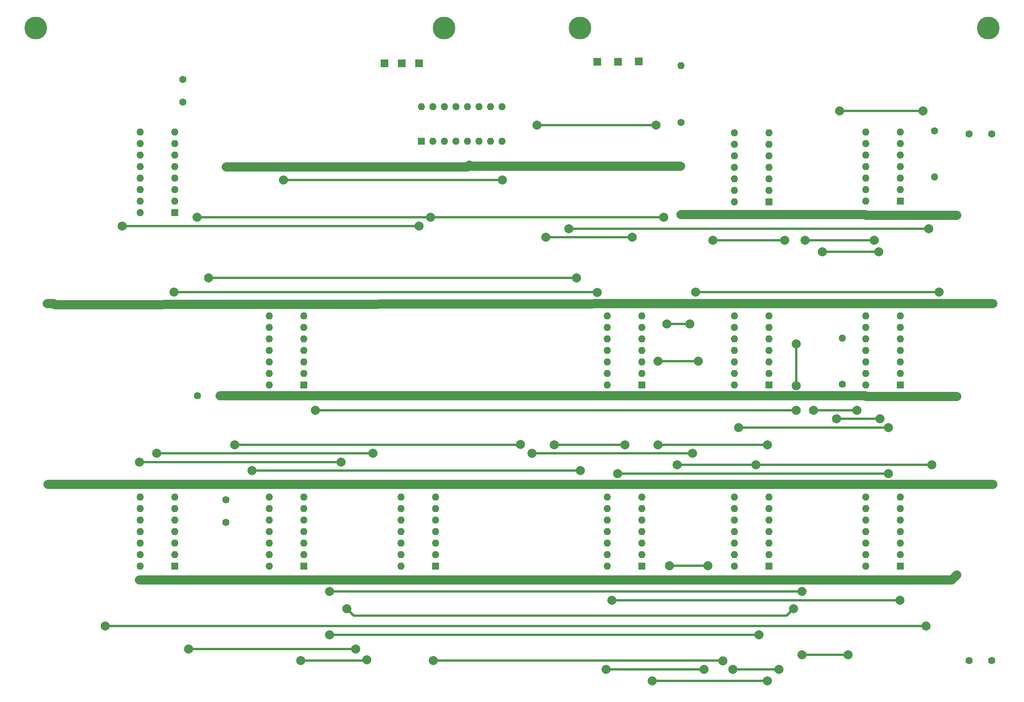
<source format=gbr>
%TF.GenerationSoftware,KiCad,Pcbnew,(6.0.4-0)*%
%TF.CreationDate,2022-10-26T21:30:11+11:00*%
%TF.ProjectId,program counter and adder logic,70726f67-7261-46d2-9063-6f756e746572,rev?*%
%TF.SameCoordinates,Original*%
%TF.FileFunction,Copper,L1,Top*%
%TF.FilePolarity,Positive*%
%FSLAX46Y46*%
G04 Gerber Fmt 4.6, Leading zero omitted, Abs format (unit mm)*
G04 Created by KiCad (PCBNEW (6.0.4-0)) date 2022-10-26 21:30:11*
%MOMM*%
%LPD*%
G01*
G04 APERTURE LIST*
%TA.AperFunction,ComponentPad*%
%ADD10R,1.600000X1.600000*%
%TD*%
%TA.AperFunction,ComponentPad*%
%ADD11O,1.600000X1.600000*%
%TD*%
%TA.AperFunction,ComponentPad*%
%ADD12R,1.700000X1.700000*%
%TD*%
%TA.AperFunction,ComponentPad*%
%ADD13C,1.600000*%
%TD*%
%TA.AperFunction,ComponentPad*%
%ADD14C,5.000000*%
%TD*%
%TA.AperFunction,ViaPad*%
%ADD15C,2.000000*%
%TD*%
%TA.AperFunction,Conductor*%
%ADD16C,2.000000*%
%TD*%
%TA.AperFunction,Conductor*%
%ADD17C,0.500000*%
%TD*%
G04 APERTURE END LIST*
D10*
%TO.P,U5,1*%
%TO.N,Net-(U10-Pad6)*%
X99120000Y-101740000D03*
D11*
%TO.P,U5,2*%
%TO.N,Net-(U10-Pad11)*%
X99120000Y-99200000D03*
%TO.P,U5,3*%
%TO.N,~{IOT.SKP}*%
X99120000Y-96660000D03*
%TO.P,U5,4*%
%TO.N,Net-(U11-Pad3)*%
X99120000Y-94120000D03*
%TO.P,U5,5*%
%TO.N,Net-(U11-Pad6)*%
X99120000Y-91580000D03*
%TO.P,U5,6*%
%TO.N,Net-(U10-Pad4)*%
X99120000Y-89040000D03*
%TO.P,U5,7,GND*%
%TO.N,GND*%
X99120000Y-86500000D03*
%TO.P,U5,8*%
%TO.N,Net-(U10-Pad9)*%
X91500000Y-86500000D03*
%TO.P,U5,9*%
%TO.N,~{IAC}*%
X91500000Y-89040000D03*
%TO.P,U5,10*%
%TO.N,~{ISZ}*%
X91500000Y-91580000D03*
%TO.P,U5,11*%
%TO.N,~{F+D+E}*%
X91500000Y-94120000D03*
%TO.P,U5,12*%
%TO.N,SET_CARRY_FLAG*%
X91500000Y-96660000D03*
%TO.P,U5,13*%
%TO.N,Net-(U10-Pad8)*%
X91500000Y-99200000D03*
%TO.P,U5,14,VCC*%
%TO.N,+5V*%
X91500000Y-101740000D03*
%TD*%
D10*
%TO.P,U6,1*%
%TO.N,~{T2-9.ISZ}*%
X173620000Y-101740000D03*
D11*
%TO.P,U6,2*%
%TO.N,Net-(U12-Pad4)*%
X173620000Y-99200000D03*
%TO.P,U6,3*%
%TO.N,Net-(U6-Pad3)*%
X173620000Y-96660000D03*
%TO.P,U6,4*%
%TO.N,~{T14-21.SKP}*%
X173620000Y-94120000D03*
%TO.P,U6,5*%
%TO.N,~{T14-21(JMP+JMS})*%
X173620000Y-91580000D03*
%TO.P,U6,6*%
%TO.N,Net-(U12-Pad5)*%
X173620000Y-89040000D03*
%TO.P,U6,7,GND*%
%TO.N,GND*%
X173620000Y-86500000D03*
%TO.P,U6,8*%
%TO.N,~{T2-9.JMS}*%
X166000000Y-86500000D03*
%TO.P,U6,9*%
%TO.N,T2-9*%
X166000000Y-89040000D03*
%TO.P,U6,10*%
%TO.N,Net-(U6-Pad10)*%
X166000000Y-91580000D03*
%TO.P,U6,11*%
%TO.N,~{T2-9.TAD}*%
X166000000Y-94120000D03*
%TO.P,U6,12*%
%TO.N,T2-9*%
X166000000Y-96660000D03*
%TO.P,U6,13*%
%TO.N,Net-(U6-Pad13)*%
X166000000Y-99200000D03*
%TO.P,U6,14,VCC*%
%TO.N,+5V*%
X166000000Y-101740000D03*
%TD*%
D10*
%TO.P,U9,1*%
%TO.N,~{SMA}*%
X70620000Y-141740000D03*
D11*
%TO.P,U9,2*%
%TO.N,Net-(U11-Pad1)*%
X70620000Y-139200000D03*
%TO.P,U9,3*%
%TO.N,~{SZA}*%
X70620000Y-136660000D03*
%TO.P,U9,4*%
%TO.N,Net-(U11-Pad5)*%
X70620000Y-134120000D03*
%TO.P,U9,5*%
%TO.N,~{TAD}*%
X70620000Y-131580000D03*
%TO.P,U9,6*%
%TO.N,Net-(U6-Pad13)*%
X70620000Y-129040000D03*
%TO.P,U9,7,GND*%
%TO.N,GND*%
X70620000Y-126500000D03*
%TO.P,U9,8*%
%TO.N,Net-(U10-Pad2)*%
X63000000Y-126500000D03*
%TO.P,U9,9*%
%TO.N,~{RAR}*%
X63000000Y-129040000D03*
%TO.P,U9,10*%
%TO.N,Net-(U6-Pad10)*%
X63000000Y-131580000D03*
%TO.P,U9,11*%
%TO.N,~{JMS}*%
X63000000Y-134120000D03*
%TO.P,U9,12*%
%TO.N,Net-(U11-Pad10)*%
X63000000Y-136660000D03*
%TO.P,U9,13*%
%TO.N,~{ISZ}*%
X63000000Y-139200000D03*
%TO.P,U9,14,VCC*%
%TO.N,+5V*%
X63000000Y-141740000D03*
%TD*%
D10*
%TO.P,U10,1*%
%TO.N,T13*%
X99120000Y-141740000D03*
D11*
%TO.P,U10,2*%
%TO.N,Net-(U10-Pad2)*%
X99120000Y-139200000D03*
%TO.P,U10,3*%
%TO.N,~{T13.RAR}*%
X99120000Y-136660000D03*
%TO.P,U10,4*%
%TO.N,Net-(U10-Pad4)*%
X99120000Y-134120000D03*
%TO.P,U10,5*%
%TO.N,T13*%
X99120000Y-131580000D03*
%TO.P,U10,6*%
%TO.N,Net-(U10-Pad6)*%
X99120000Y-129040000D03*
%TO.P,U10,7,GND*%
%TO.N,GND*%
X99120000Y-126500000D03*
%TO.P,U10,8*%
%TO.N,Net-(U10-Pad8)*%
X91500000Y-126500000D03*
%TO.P,U10,9*%
%TO.N,Net-(U10-Pad9)*%
X91500000Y-129040000D03*
%TO.P,U10,10*%
%TO.N,T1*%
X91500000Y-131580000D03*
%TO.P,U10,11*%
%TO.N,Net-(U10-Pad11)*%
X91500000Y-134120000D03*
%TO.P,U10,12*%
%TO.N,T13*%
X91500000Y-136660000D03*
%TO.P,U10,13*%
%TO.N,Net-(U10-Pad13)*%
X91500000Y-139200000D03*
%TO.P,U10,14,VCC*%
%TO.N,+5V*%
X91500000Y-141740000D03*
%TD*%
D10*
%TO.P,U11,1*%
%TO.N,Net-(U11-Pad1)*%
X128120000Y-141740000D03*
D11*
%TO.P,U11,2*%
%TO.N,AC=-VE*%
X128120000Y-139200000D03*
%TO.P,U11,3*%
%TO.N,Net-(U11-Pad3)*%
X128120000Y-136660000D03*
%TO.P,U11,4*%
%TO.N,AC=0*%
X128120000Y-134120000D03*
%TO.P,U11,5*%
%TO.N,Net-(U11-Pad5)*%
X128120000Y-131580000D03*
%TO.P,U11,6*%
%TO.N,Net-(U11-Pad6)*%
X128120000Y-129040000D03*
%TO.P,U11,7,GND*%
%TO.N,GND*%
X128120000Y-126500000D03*
%TO.P,U11,8*%
%TO.N,Net-(U11-Pad12)*%
X120500000Y-126500000D03*
%TO.P,U11,9*%
%TO.N,MB=0*%
X120500000Y-129040000D03*
%TO.P,U11,10*%
%TO.N,Net-(U11-Pad10)*%
X120500000Y-131580000D03*
%TO.P,U11,11*%
%TO.N,Net-(U10-Pad13)*%
X120500000Y-134120000D03*
%TO.P,U11,12*%
%TO.N,Net-(U11-Pad12)*%
X120500000Y-136660000D03*
%TO.P,U11,13*%
%TO.N,~{JMS}*%
X120500000Y-139200000D03*
%TO.P,U11,14,VCC*%
%TO.N,+5V*%
X120500000Y-141740000D03*
%TD*%
D10*
%TO.P,U12,1*%
%TO.N,~{T2-9.ISZ}*%
X173620000Y-141740000D03*
D11*
%TO.P,U12,2*%
%TO.N,T2-9.ISZ*%
X173620000Y-139200000D03*
%TO.P,U12,3*%
%TO.N,X1*%
X173620000Y-136660000D03*
%TO.P,U12,4*%
%TO.N,Net-(U12-Pad4)*%
X173620000Y-134120000D03*
%TO.P,U12,5*%
%TO.N,Net-(U12-Pad5)*%
X173620000Y-131580000D03*
%TO.P,U12,6*%
%TO.N,Net-(U12-Pad6)*%
X173620000Y-129040000D03*
%TO.P,U12,7,GND*%
%TO.N,GND*%
X173620000Y-126500000D03*
%TO.P,U12,8*%
%TO.N,/~{SET_CARRY_FLAG}*%
X166000000Y-126500000D03*
%TO.P,U12,9*%
%TO.N,SET_CARRY_FLAG*%
X166000000Y-129040000D03*
%TO.P,U12,10*%
%TO.N,unconnected-(U12-Pad10)*%
X166000000Y-131580000D03*
%TO.P,U12,11*%
%TO.N,~{T14-21(JMP+JMS})*%
X166000000Y-134120000D03*
%TO.P,U12,12*%
%TO.N,Net-(U12-Pad12)*%
X166000000Y-136660000D03*
%TO.P,U12,13*%
%TO.N,~{T14-21.SKP}*%
X166000000Y-139200000D03*
%TO.P,U12,14,VCC*%
%TO.N,+5V*%
X166000000Y-141740000D03*
%TD*%
D10*
%TO.P,U13,1*%
%TO.N,~{T2-9(F+D+E})*%
X201620000Y-141740000D03*
D11*
%TO.P,U13,2*%
%TO.N,~{T2-9(TAD+IAC+CMA})*%
X201620000Y-139200000D03*
%TO.P,U13,3*%
%TO.N,N/C*%
X201620000Y-136660000D03*
%TO.P,U13,4*%
%TO.N,~{T13.RAR}*%
X201620000Y-134120000D03*
%TO.P,U13,5*%
%TO.N,Net-(U12-Pad6)*%
X201620000Y-131580000D03*
%TO.P,U13,6*%
%TO.N,X1*%
X201620000Y-129040000D03*
%TO.P,U13,7,GND*%
%TO.N,GND*%
X201620000Y-126500000D03*
%TO.P,U13,8*%
%TO.N,Net-(U13-Pad8)*%
X194000000Y-126500000D03*
%TO.P,U13,9*%
%TO.N,~{T13.RAR}*%
X194000000Y-129040000D03*
%TO.P,U13,10*%
%TO.N,~{T14-21.SKP}*%
X194000000Y-131580000D03*
%TO.P,U13,11*%
%TO.N,N/C*%
X194000000Y-134120000D03*
%TO.P,U13,12*%
%TO.N,~{T2-9.ISZ}*%
X194000000Y-136660000D03*
%TO.P,U13,13*%
%TO.N,~{T2-9(TAD+IAC+CMA})*%
X194000000Y-139200000D03*
%TO.P,U13,14,VCC*%
%TO.N,+5V*%
X194000000Y-141740000D03*
%TD*%
D10*
%TO.P,U14,1*%
%TO.N,A-BUS*%
X230620000Y-141740000D03*
D11*
%TO.P,U14,2*%
%TO.N,X1*%
X230620000Y-139200000D03*
%TO.P,U14,3*%
%TO.N,SUM*%
X230620000Y-136660000D03*
%TO.P,U14,4*%
%TO.N,C-BUS*%
X230620000Y-134120000D03*
%TO.P,U14,5*%
%TO.N,T2-9.ISZ*%
X230620000Y-131580000D03*
%TO.P,U14,6*%
%TO.N,SUM*%
X230620000Y-129040000D03*
%TO.P,U14,7,GND*%
%TO.N,GND*%
X230620000Y-126500000D03*
%TO.P,U14,8*%
%TO.N,Net-(U14-Pad8)*%
X223000000Y-126500000D03*
%TO.P,U14,9*%
%TO.N,PC0*%
X223000000Y-129040000D03*
%TO.P,U14,10*%
%TO.N,C-BUS*%
X223000000Y-131580000D03*
%TO.P,U14,11*%
%TO.N,PC0*%
X223000000Y-134120000D03*
%TO.P,U14,12*%
%TO.N,Net-(U12-Pad12)*%
X223000000Y-136660000D03*
%TO.P,U14,13*%
%TO.N,B-BUS*%
X223000000Y-139200000D03*
%TO.P,U14,14,VCC*%
%TO.N,+5V*%
X223000000Y-141740000D03*
%TD*%
D12*
%TO.P,J2,1,Pin_1*%
%TO.N,PC7*%
X116915000Y-30775000D03*
%TD*%
%TO.P,J3,1,Pin_1*%
%TO.N,PC6*%
X120725000Y-30775000D03*
%TD*%
%TO.P,J4,1,Pin_1*%
%TO.N,PC5*%
X124535000Y-30775000D03*
%TD*%
%TO.P,J6,1,Pin_1*%
%TO.N,SR7*%
X172922000Y-30394000D03*
%TD*%
%TO.P,J7,1,Pin_1*%
%TO.N,SR6*%
X168350000Y-30480000D03*
%TD*%
%TO.P,J8,1,Pin_1*%
%TO.N,SR5*%
X163778000Y-30500000D03*
%TD*%
D10*
%TO.P,U1,1,CLK*%
%TO.N,CLK*%
X70620000Y-63780000D03*
D11*
%TO.P,U1,2,A*%
%TO.N,SR4*%
X70620000Y-61240000D03*
%TO.P,U1,3,B*%
%TO.N,SR3*%
X70620000Y-58700000D03*
%TO.P,U1,4,C*%
%TO.N,SR2*%
X70620000Y-56160000D03*
%TO.P,U1,5,VCC*%
%TO.N,+5V*%
X70620000Y-53620000D03*
%TO.P,U1,6,D*%
%TO.N,SR1*%
X70620000Y-51080000D03*
%TO.P,U1,7,E*%
%TO.N,SR0*%
X70620000Y-48540000D03*
%TO.P,U1,8,PRE*%
%TO.N,LA2*%
X70620000Y-46000000D03*
%TO.P,U1,9,SER*%
%TO.N,PC5*%
X63000000Y-46000000D03*
%TO.P,U1,10,QE*%
%TO.N,PC0*%
X63000000Y-48540000D03*
%TO.P,U1,11,QD*%
%TO.N,PC1*%
X63000000Y-51080000D03*
%TO.P,U1,12,GND*%
%TO.N,GND*%
X63000000Y-53620000D03*
%TO.P,U1,13,QC*%
%TO.N,PC2*%
X63000000Y-56160000D03*
%TO.P,U1,14,QB*%
%TO.N,PC3*%
X63000000Y-58700000D03*
%TO.P,U1,15,QA*%
%TO.N,PC4*%
X63000000Y-61240000D03*
%TO.P,U1,16,~{CLR}*%
%TO.N,~{LA1}*%
X63000000Y-63780000D03*
%TD*%
D10*
%TO.P,U2,1,CLK*%
%TO.N,CLK*%
X125000000Y-48000000D03*
D11*
%TO.P,U2,2,A*%
%TO.N,SR7*%
X127540000Y-48000000D03*
%TO.P,U2,3,B*%
%TO.N,SR6*%
X130080000Y-48000000D03*
%TO.P,U2,4,C*%
%TO.N,SR5*%
X132620000Y-48000000D03*
%TO.P,U2,5,VCC*%
%TO.N,+5V*%
X135160000Y-48000000D03*
%TO.P,U2,6,D*%
%TO.N,GND*%
X137700000Y-48000000D03*
%TO.P,U2,7,E*%
X140240000Y-48000000D03*
%TO.P,U2,8,PRE*%
%TO.N,LA2*%
X142780000Y-48000000D03*
%TO.P,U2,9,SER*%
%TO.N,/~{A-BUS}*%
X142780000Y-40380000D03*
%TO.P,U2,10,QE*%
%TO.N,unconnected-(U2-Pad10)*%
X140240000Y-40380000D03*
%TO.P,U2,11,QD*%
%TO.N,unconnected-(U2-Pad11)*%
X137700000Y-40380000D03*
%TO.P,U2,12,GND*%
%TO.N,GND*%
X135160000Y-40380000D03*
%TO.P,U2,13,QC*%
%TO.N,PC5*%
X132620000Y-40380000D03*
%TO.P,U2,14,QB*%
%TO.N,PC6*%
X130080000Y-40380000D03*
%TO.P,U2,15,QA*%
%TO.N,PC7*%
X127540000Y-40380000D03*
%TO.P,U2,16,~{CLR}*%
%TO.N,~{LA1}*%
X125000000Y-40380000D03*
%TD*%
D10*
%TO.P,U7,1*%
%TO.N,Net-(U6-Pad3)*%
X201620000Y-101740000D03*
D11*
%TO.P,U7,2*%
%TO.N,MCP*%
X201620000Y-99200000D03*
%TO.P,U7,3*%
%TO.N,Net-(U4-Pad9)*%
X201620000Y-96660000D03*
%TO.P,U7,4*%
%TO.N,MCP*%
X201620000Y-94120000D03*
%TO.P,U7,5*%
%TO.N,Net-(U3-Pad8)*%
X201620000Y-91580000D03*
%TO.P,U7,6*%
%TO.N,CLK*%
X201620000Y-89040000D03*
%TO.P,U7,7,GND*%
%TO.N,GND*%
X201620000Y-86500000D03*
%TO.P,U7,8*%
%TO.N,N/C*%
X194000000Y-86500000D03*
%TO.P,U7,9*%
X194000000Y-89040000D03*
%TO.P,U7,10*%
X194000000Y-91580000D03*
%TO.P,U7,11*%
%TO.N,/~{A-BUS}*%
X194000000Y-94120000D03*
%TO.P,U7,12*%
%TO.N,A-BUS*%
X194000000Y-96660000D03*
%TO.P,U7,13*%
X194000000Y-99200000D03*
%TO.P,U7,14,VCC*%
%TO.N,+5V*%
X194000000Y-101740000D03*
%TD*%
D13*
%TO.P,R1,1*%
%TO.N,+5V*%
X238125000Y-45720000D03*
D11*
%TO.P,R1,2*%
%TO.N,Net-(R1-Pad2)*%
X238125000Y-55880000D03*
%TD*%
D13*
%TO.P,R2,1*%
%TO.N,+5V*%
X217805000Y-101600000D03*
D11*
%TO.P,R2,2*%
%TO.N,Net-(R2-Pad2)*%
X217805000Y-91440000D03*
%TD*%
D10*
%TO.P,U4,1,JK*%
%TO.N,Net-(R1-Pad2)*%
X230620000Y-61240000D03*
D11*
%TO.P,U4,2,SD*%
%TO.N,/~{SET_CARRY_FLAG}*%
X230620000Y-58700000D03*
%TO.P,U4,3,K1*%
%TO.N,Net-(R1-Pad2)*%
X230620000Y-56160000D03*
%TO.P,U4,4,J1*%
%TO.N,Net-(U4-Pad10)*%
X230620000Y-53620000D03*
%TO.P,U4,5,~{J2}*%
%TO.N,GND*%
X230620000Y-51080000D03*
%TO.P,U4,6,Q*%
%TO.N,unconnected-(U4-Pad6)*%
X230620000Y-48540000D03*
%TO.P,U4,7,GND*%
%TO.N,GND*%
X230620000Y-46000000D03*
%TO.P,U4,8,~{Q}*%
%TO.N,Net-(U4-Pad8)*%
X223000000Y-46000000D03*
%TO.P,U4,9,CP*%
%TO.N,Net-(U4-Pad9)*%
X223000000Y-48540000D03*
%TO.P,U4,10,~{K2}*%
%TO.N,Net-(U4-Pad10)*%
X223000000Y-51080000D03*
%TO.P,U4,11,K3*%
%TO.N,Net-(R1-Pad2)*%
X223000000Y-53620000D03*
%TO.P,U4,12,J3*%
X223000000Y-56160000D03*
%TO.P,U4,13,CD*%
%TO.N,~{T0+T12}*%
X223000000Y-58700000D03*
%TO.P,U4,14,+5V*%
%TO.N,+5V*%
X223000000Y-61240000D03*
%TD*%
D10*
%TO.P,U8,1,\u002AB*%
%TO.N,unconnected-(U8-Pad1)*%
X230620000Y-101740000D03*
D11*
%TO.P,U8,2,BC*%
%TO.N,Net-(U3-Pad6)*%
X230620000Y-99200000D03*
%TO.P,U8,3,CN*%
%TO.N,Net-(U4-Pad8)*%
X230620000Y-96660000D03*
%TO.P,U8,4,~{C}N+1*%
%TO.N,Net-(U4-Pad10)*%
X230620000Y-94120000D03*
%TO.P,U8,5,~{SUM}*%
%TO.N,unconnected-(U8-Pad5)*%
X230620000Y-91580000D03*
%TO.P,U8,6,SUM*%
%TO.N,SUM*%
X230620000Y-89040000D03*
%TO.P,U8,7,GND*%
%TO.N,GND*%
X230620000Y-86500000D03*
%TO.P,U8,8,A1*%
%TO.N,B-BUS*%
X223000000Y-86500000D03*
%TO.P,U8,9,A2*%
%TO.N,Net-(R2-Pad2)*%
X223000000Y-89040000D03*
%TO.P,U8,10,\u002AA*%
%TO.N,unconnected-(U8-Pad10)*%
X223000000Y-91580000D03*
%TO.P,U8,11,AC*%
%TO.N,Net-(U13-Pad8)*%
X223000000Y-94120000D03*
%TO.P,U8,12,B1*%
%TO.N,Net-(R2-Pad2)*%
X223000000Y-96660000D03*
%TO.P,U8,13,B2*%
%TO.N,C-BUS*%
X223000000Y-99200000D03*
%TO.P,U8,14,VCC*%
%TO.N,+5V*%
X223000000Y-101740000D03*
%TD*%
D13*
%TO.P,C1,1*%
%TO.N,+5V*%
X245745000Y-46355000D03*
%TO.P,C1,2*%
%TO.N,GND*%
X250745000Y-46355000D03*
%TD*%
%TO.P,C2,1*%
%TO.N,+5V*%
X245745000Y-162560000D03*
%TO.P,C2,2*%
%TO.N,GND*%
X250745000Y-162560000D03*
%TD*%
%TO.P,C3,1*%
%TO.N,+5V*%
X80645000Y-104140000D03*
%TO.P,C3,2*%
%TO.N,GND*%
X75645000Y-104140000D03*
%TD*%
%TO.P,C4,1*%
%TO.N,+5V*%
X182245000Y-43815000D03*
D11*
%TO.P,C4,2*%
%TO.N,GND*%
X182245000Y-31315000D03*
%TD*%
D13*
%TO.P,C5,1*%
%TO.N,+5V*%
X72390000Y-39370000D03*
%TO.P,C5,2*%
%TO.N,GND*%
X72390000Y-34370000D03*
%TD*%
D10*
%TO.P,U3,1*%
%TO.N,~{T2-9.JMS}*%
X201620000Y-61340000D03*
D11*
%TO.P,U3,2*%
%TO.N,~{T2-9(F+D+E})*%
X201620000Y-58800000D03*
%TO.P,U3,3*%
%TO.N,~{T2-9.TAD}*%
X201620000Y-56260000D03*
%TO.P,U3,4*%
%TO.N,~{T2-9(F+D+E})*%
X201620000Y-53720000D03*
%TO.P,U3,5*%
%TO.N,~{T14-21(JMP+JMS})*%
X201620000Y-51180000D03*
%TO.P,U3,6*%
%TO.N,Net-(U3-Pad6)*%
X201620000Y-48640000D03*
%TO.P,U3,7,GND*%
%TO.N,GND*%
X201620000Y-46100000D03*
%TO.P,U3,8*%
%TO.N,Net-(U3-Pad8)*%
X194000000Y-46100000D03*
%TO.P,U3,9*%
%TO.N,~{T2-9.JMS}*%
X194000000Y-48640000D03*
%TO.P,U3,10*%
%TO.N,Net-(U12-Pad6)*%
X194000000Y-51180000D03*
%TO.P,U3,11*%
%TO.N,~{T2-9(F+D+E})*%
X194000000Y-53720000D03*
%TO.P,U3,12*%
%TO.N,Net-(U14-Pad8)*%
X194000000Y-56260000D03*
%TO.P,U3,13*%
%TO.N,~{T2-9.JMS}*%
X194000000Y-58800000D03*
%TO.P,U3,14,VCC*%
%TO.N,+5V*%
X194000000Y-61340000D03*
%TD*%
D13*
%TO.P,C6,1*%
%TO.N,+5V*%
X81915000Y-132080000D03*
%TO.P,C6,2*%
%TO.N,GND*%
X81915000Y-127080000D03*
%TD*%
D14*
%TO.P,H1,1,GND*%
%TO.N,GND*%
X40000000Y-23000000D03*
X130000000Y-23000000D03*
%TD*%
%TO.P,H2,1,GND*%
%TO.N,GND*%
X160000000Y-23000000D03*
X250000000Y-23000000D03*
%TD*%
D15*
%TO.N,GND*%
X201807800Y-123702800D03*
X99182200Y-123702800D03*
X70997800Y-123702800D03*
X42545000Y-83820000D03*
X230627200Y-123702800D03*
X173600000Y-83800000D03*
X173867800Y-123702800D03*
X76322200Y-123702800D03*
X42667200Y-123702800D03*
X230505000Y-83820000D03*
X128392200Y-123702800D03*
X250947200Y-123702800D03*
X250947200Y-83820000D03*
X201930000Y-83820000D03*
X99554427Y-83960573D03*
%TO.N,+5V*%
X222885000Y-104140000D03*
X182245000Y-64135000D03*
X165735000Y-144780000D03*
X243022400Y-64317600D03*
X81990000Y-53635000D03*
X135584000Y-53254000D03*
X182193000Y-53508000D03*
X91440000Y-144780000D03*
X91440000Y-104140000D03*
X194000000Y-104100000D03*
X243022400Y-143692600D03*
X222885000Y-144780000D03*
X222885000Y-64135000D03*
X193675000Y-64135000D03*
X62865000Y-144780000D03*
X120015000Y-144780000D03*
X193675000Y-144780000D03*
X165735000Y-104140000D03*
X243022400Y-104322600D03*
%TO.N,A-BUS*%
X185420000Y-81280000D03*
X239099990Y-81280000D03*
%TO.N,C-BUS*%
X226060000Y-109220000D03*
X216535000Y-109220000D03*
%TO.N,~{T13.RAR}*%
X208915000Y-147320000D03*
X104775000Y-147320000D03*
X208915000Y-161290000D03*
X219075000Y-161290000D03*
%TO.N,~{IOT.SKP}*%
X207645000Y-107315000D03*
X101600000Y-107315000D03*
%TO.N,T13*%
X108585000Y-151130000D03*
X207010000Y-151130000D03*
%TO.N,T2-9*%
X193675000Y-164465000D03*
X203835000Y-164465000D03*
%TO.N,T1*%
X199390000Y-156845000D03*
X104775000Y-156845000D03*
%TO.N,AC=0*%
X127635000Y-162560000D03*
X191500000Y-162600000D03*
%TO.N,~{LA1}*%
X124460000Y-66675000D03*
X59055000Y-66675000D03*
X187325000Y-164465000D03*
X165735000Y-164465000D03*
%TO.N,LA2*%
X149405001Y-116840000D03*
X94615000Y-56515000D03*
X184785000Y-116840000D03*
X142875000Y-56515000D03*
%TO.N,~{F+D+E}*%
X83820000Y-114935000D03*
X146864500Y-114900000D03*
%TO.N,~{T14-21.SKP}*%
X184150000Y-88265000D03*
X171465052Y-69199948D03*
X152400000Y-69199948D03*
X179070000Y-88265000D03*
%TO.N,~{T2-9(F+D+E})*%
X201295000Y-167005000D03*
X175895000Y-167005000D03*
X189230000Y-69850000D03*
X205105000Y-69850000D03*
%TO.N,MB=0*%
X98425000Y-162560000D03*
X113014948Y-162379990D03*
%TO.N,~{JMS}*%
X110490000Y-160020000D03*
X73660000Y-160020000D03*
%TO.N,PC0*%
X236220000Y-154940000D03*
X55320000Y-154940000D03*
%TO.N,Net-(U3-Pad6)*%
X213360000Y-72390000D03*
X225879990Y-72390000D03*
%TO.N,~{T2-9.ISZ}*%
X179705000Y-141605000D03*
X188140010Y-141620052D03*
%TO.N,Net-(U6-Pad3)*%
X186055000Y-96520000D03*
X177165000Y-96520000D03*
%TO.N,Net-(U6-Pad10)*%
X163778000Y-81321000D03*
X70485000Y-81280000D03*
%TO.N,CLK*%
X178435000Y-64770000D03*
X75565000Y-64770000D03*
X127000000Y-64770000D03*
%TO.N,Net-(R1-Pad2)*%
X235585000Y-41275000D03*
X217170000Y-41275000D03*
%TO.N,Net-(U13-Pad8)*%
X227965000Y-111125000D03*
X194945000Y-111125000D03*
%TO.N,Net-(U10-Pad2)*%
X62865000Y-118745000D03*
X107315000Y-118745000D03*
%TO.N,Net-(U11-Pad10)*%
X66675000Y-116840000D03*
X114300000Y-116840000D03*
%TO.N,X1*%
X237490000Y-119380000D03*
X198780004Y-119380000D03*
X181429990Y-119395052D03*
%TO.N,T2-9.ISZ*%
X227965000Y-121285000D03*
X168275000Y-121285000D03*
%TO.N,/~{A-BUS}*%
X176710010Y-44465052D03*
X150495000Y-44450000D03*
%TO.N,~{T14-21(JMP+JMS})*%
X169874000Y-114976000D03*
X154305000Y-114935000D03*
%TO.N,Net-(U12-Pad6)*%
X207645000Y-101939990D03*
X201295000Y-114935000D03*
X177165000Y-114935000D03*
X207645000Y-92710000D03*
%TO.N,Net-(U14-Pad8)*%
X220980000Y-107315000D03*
X211455000Y-107315000D03*
%TO.N,Net-(U12-Pad12)*%
X230505000Y-149225000D03*
X167027500Y-149266000D03*
%TO.N,Net-(U4-Pad9)*%
X224790000Y-69850000D03*
X209550000Y-69850000D03*
%TO.N,Net-(U6-Pad13)*%
X159205500Y-78100000D03*
X78105000Y-78105000D03*
%TO.N,/~{SET_CARRY_FLAG}*%
X157480000Y-67310000D03*
X236855000Y-67310000D03*
%TO.N,SET_CARRY_FLAG*%
X160020000Y-120650000D03*
X87630000Y-120650000D03*
%TD*%
D16*
%TO.N,+5V*%
X222885000Y-104140000D02*
X194040000Y-104140000D01*
X194040000Y-104140000D02*
X194000000Y-104100000D01*
X165735000Y-104140000D02*
X193960000Y-104140000D01*
X193960000Y-104140000D02*
X194000000Y-104100000D01*
%TO.N,GND*%
X128392200Y-123702800D02*
X172297200Y-123702800D01*
X173867800Y-123702800D02*
X250947200Y-123702800D01*
X201930000Y-83820000D02*
X186285309Y-83820000D01*
X43959213Y-83820000D02*
X42545000Y-83820000D01*
X44189522Y-84050309D02*
X43959213Y-83820000D01*
X172300000Y-123700000D02*
X173865000Y-123700000D01*
X173865000Y-123700000D02*
X173867800Y-123702800D01*
X186285309Y-83820000D02*
X44189522Y-84050309D01*
X250947200Y-83820000D02*
X230505000Y-83820000D01*
X76322200Y-123702800D02*
X128392200Y-123702800D01*
X172297200Y-123702800D02*
X172300000Y-123700000D01*
X230505000Y-83820000D02*
X201930000Y-83820000D01*
X42667200Y-123702800D02*
X76322200Y-123702800D01*
%TO.N,+5V*%
X165735000Y-104140000D02*
X91440000Y-104140000D01*
X241935000Y-144780000D02*
X222885000Y-144780000D01*
X120015000Y-144780000D02*
X91440000Y-144780000D01*
X223067600Y-104322600D02*
X222885000Y-104140000D01*
X165735000Y-144780000D02*
X120015000Y-144780000D01*
X135203000Y-53635000D02*
X135584000Y-53254000D01*
X135584000Y-53254000D02*
X135838000Y-53508000D01*
X91440000Y-144780000D02*
X62865000Y-144780000D01*
X135838000Y-53508000D02*
X182193000Y-53508000D01*
X222885000Y-144780000D02*
X193675000Y-144780000D01*
X243022400Y-104322600D02*
X223067600Y-104322600D01*
X222885000Y-64135000D02*
X182245000Y-64135000D01*
X91440000Y-104140000D02*
X80645000Y-104140000D01*
X243022400Y-143692600D02*
X241935000Y-144780000D01*
X81990000Y-53635000D02*
X135203000Y-53635000D01*
X243022400Y-64317600D02*
X223067600Y-64317600D01*
X193675000Y-144780000D02*
X165735000Y-144780000D01*
X223067600Y-64317600D02*
X222885000Y-64135000D01*
D17*
%TO.N,A-BUS*%
X185420000Y-81280000D02*
X239099990Y-81280000D01*
%TO.N,C-BUS*%
X226060000Y-109220000D02*
X216535000Y-109220000D01*
%TO.N,~{T13.RAR}*%
X208915000Y-161290000D02*
X219075000Y-161290000D01*
X208915000Y-147320000D02*
X104775000Y-147320000D01*
%TO.N,~{IOT.SKP}*%
X207645000Y-107315000D02*
X101600000Y-107315000D01*
%TO.N,T13*%
X110091788Y-152636788D02*
X108585000Y-151130000D01*
X207010000Y-151130000D02*
X205503212Y-152636788D01*
X205503212Y-152636788D02*
X110091788Y-152636788D01*
%TO.N,T2-9*%
X193675000Y-164465000D02*
X203835000Y-164465000D01*
%TO.N,T1*%
X104775000Y-156845000D02*
X199390000Y-156845000D01*
%TO.N,AC=0*%
X191135000Y-162560000D02*
X191175000Y-162600000D01*
X127635000Y-162560000D02*
X191135000Y-162560000D01*
X191175000Y-162600000D02*
X191500000Y-162600000D01*
%TO.N,~{LA1}*%
X59055000Y-66675000D02*
X124460000Y-66675000D01*
X165735000Y-164465000D02*
X187325000Y-164465000D01*
%TO.N,LA2*%
X184785000Y-116840000D02*
X149405001Y-116840000D01*
X142875000Y-56515000D02*
X94615000Y-56515000D01*
%TO.N,~{F+D+E}*%
X146829500Y-114935000D02*
X83820000Y-114935000D01*
X146864500Y-114900000D02*
X146829500Y-114935000D01*
%TO.N,~{T14-21.SKP}*%
X171924324Y-69199948D02*
X171465052Y-69199948D01*
X179070000Y-88265000D02*
X184150000Y-88265000D01*
X152400000Y-69199948D02*
X171924324Y-69199948D01*
%TO.N,~{T2-9(F+D+E})*%
X205105000Y-69850000D02*
X189230000Y-69850000D01*
X201295000Y-167005000D02*
X175895000Y-167005000D01*
%TO.N,MB=0*%
X98425000Y-162560000D02*
X112834938Y-162560000D01*
X112834938Y-162560000D02*
X113014948Y-162379990D01*
%TO.N,~{JMS}*%
X73660000Y-160020000D02*
X110490000Y-160020000D01*
%TO.N,PC0*%
X236220000Y-154940000D02*
X55320000Y-154940000D01*
%TO.N,Net-(U3-Pad6)*%
X213360000Y-72390000D02*
X225879990Y-72390000D01*
%TO.N,~{T2-9.ISZ}*%
X188124958Y-141605000D02*
X188140010Y-141620052D01*
X179705000Y-141605000D02*
X188124958Y-141605000D01*
%TO.N,Net-(U6-Pad3)*%
X186055000Y-96520000D02*
X177165000Y-96520000D01*
%TO.N,Net-(U6-Pad10)*%
X163778000Y-81321000D02*
X163737000Y-81280000D01*
X163737000Y-81280000D02*
X70485000Y-81280000D01*
%TO.N,CLK*%
X127000000Y-64770000D02*
X178435000Y-64770000D01*
X75565000Y-64770000D02*
X127000000Y-64770000D01*
%TO.N,Net-(R1-Pad2)*%
X217170000Y-41275000D02*
X235585000Y-41275000D01*
%TO.N,Net-(U13-Pad8)*%
X227965000Y-111125000D02*
X194945000Y-111125000D01*
%TO.N,Net-(U10-Pad2)*%
X107315000Y-118745000D02*
X62865000Y-118745000D01*
%TO.N,Net-(U11-Pad10)*%
X66675000Y-116840000D02*
X114300000Y-116840000D01*
%TO.N,X1*%
X198780004Y-119380000D02*
X237490000Y-119380000D01*
X198764952Y-119395052D02*
X198780004Y-119380000D01*
X181429990Y-119395052D02*
X198764952Y-119395052D01*
%TO.N,T2-9.ISZ*%
X168275000Y-121285000D02*
X227965000Y-121285000D01*
%TO.N,/~{A-BUS}*%
X176694958Y-44450000D02*
X176710010Y-44465052D01*
X150495000Y-44450000D02*
X176694958Y-44450000D01*
%TO.N,~{T14-21(JMP+JMS})*%
X154305000Y-114935000D02*
X169833000Y-114935000D01*
X169833000Y-114935000D02*
X169874000Y-114976000D01*
%TO.N,Net-(U12-Pad6)*%
X177165000Y-114935000D02*
X201295000Y-114935000D01*
X207645000Y-92710000D02*
X207645000Y-101939990D01*
%TO.N,Net-(U14-Pad8)*%
X211455000Y-107315000D02*
X220980000Y-107315000D01*
%TO.N,Net-(U12-Pad12)*%
X230505000Y-149225000D02*
X167068500Y-149225000D01*
X167068500Y-149225000D02*
X167027500Y-149266000D01*
%TO.N,Net-(U4-Pad9)*%
X224790000Y-69850000D02*
X209550000Y-69850000D01*
%TO.N,Net-(U6-Pad13)*%
X159205500Y-78100000D02*
X159200500Y-78105000D01*
X159200500Y-78105000D02*
X78105000Y-78105000D01*
%TO.N,/~{SET_CARRY_FLAG}*%
X157480000Y-67310000D02*
X236855000Y-67310000D01*
%TO.N,SET_CARRY_FLAG*%
X160020000Y-120650000D02*
X87630000Y-120650000D01*
%TD*%
M02*

</source>
